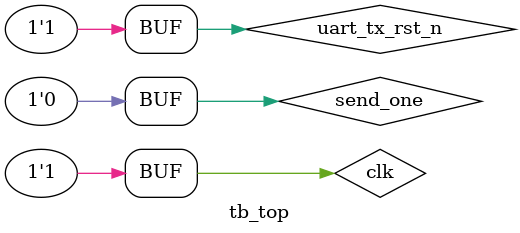
<source format=v>
`timescale 1ns / 1ps

module tb_top();

    // 时钟和复位信�??
    reg clk;
    reg uart_tx_rst_n;
    reg send_one;
    
    // 输出信号
    wire uart_tx;
    wire uart_tx_work;
    
    // 实例化顶层模�??
    top uut (
        .clk(clk),
        .uart_tx_rst_n(uart_tx_rst_n),
        .send_one(send_one),
        .uart_tx(uart_tx),
        .uart_tx_work(uart_tx_work)
    );
    
    // 时钟生成 - 100MHz
    parameter CLK_PERIOD = 10; // 10ns周期
    always begin
        clk = 1'b0;
        #(CLK_PERIOD / 2);
        clk = 1'b1;
        #(CLK_PERIOD / 2);
    end
    
    initial begin
    send_one=1'b0;
    #200 send_one=1'b1;
    end
    initial begin
    #300 send_one=1'b0;
    end
 
    initial begin
        clk = 1'b0;
        uart_tx_rst_n = 1'b0;
        send_one = 1'b0;
        
        // 复位
        #100;
        uart_tx_rst_n = 1'b1;
        
        #10000;
        
    end
    
    // 波形记录（VCD文件，可在波形查看器中打�??�??
    initial begin
        $dumpfile("tb_top.vcd");
        $dumpvars(0, tb_top);
    end

endmodule

</source>
